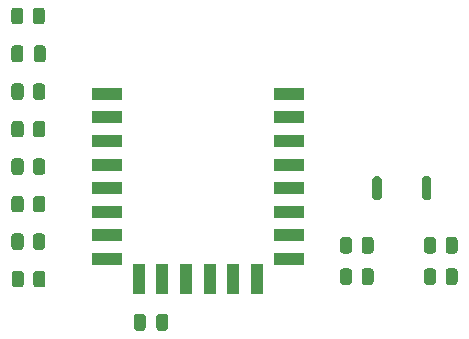
<source format=gtp>
G04 #@! TF.GenerationSoftware,KiCad,Pcbnew,(5.1.9)-1*
G04 #@! TF.CreationDate,2021-06-01T19:36:45+03:00*
G04 #@! TF.ProjectId,ESP-RGBW-3S,4553502d-5247-4425-972d-33532e6b6963,0.4*
G04 #@! TF.SameCoordinates,Original*
G04 #@! TF.FileFunction,Paste,Top*
G04 #@! TF.FilePolarity,Positive*
%FSLAX46Y46*%
G04 Gerber Fmt 4.6, Leading zero omitted, Abs format (unit mm)*
G04 Created by KiCad (PCBNEW (5.1.9)-1) date 2021-06-01 19:36:45*
%MOMM*%
%LPD*%
G01*
G04 APERTURE LIST*
%ADD10R,2.500000X1.100000*%
%ADD11R,1.100000X2.500000*%
G04 APERTURE END LIST*
G36*
G01*
X72244000Y-46539998D02*
X72244000Y-47440002D01*
G75*
G02*
X71994002Y-47690000I-249998J0D01*
G01*
X71468998Y-47690000D01*
G75*
G02*
X71219000Y-47440002I0J249998D01*
G01*
X71219000Y-46539998D01*
G75*
G02*
X71468998Y-46290000I249998J0D01*
G01*
X71994002Y-46290000D01*
G75*
G02*
X72244000Y-46539998I0J-249998D01*
G01*
G37*
G36*
G01*
X74069000Y-46539998D02*
X74069000Y-47440002D01*
G75*
G02*
X73819002Y-47690000I-249998J0D01*
G01*
X73293998Y-47690000D01*
G75*
G02*
X73044000Y-47440002I0J249998D01*
G01*
X73044000Y-46539998D01*
G75*
G02*
X73293998Y-46290000I249998J0D01*
G01*
X73819002Y-46290000D01*
G75*
G02*
X74069000Y-46539998I0J-249998D01*
G01*
G37*
G36*
G01*
X72244000Y-49206998D02*
X72244000Y-50107002D01*
G75*
G02*
X71994002Y-50357000I-249998J0D01*
G01*
X71468998Y-50357000D01*
G75*
G02*
X71219000Y-50107002I0J249998D01*
G01*
X71219000Y-49206998D01*
G75*
G02*
X71468998Y-48957000I249998J0D01*
G01*
X71994002Y-48957000D01*
G75*
G02*
X72244000Y-49206998I0J-249998D01*
G01*
G37*
G36*
G01*
X74069000Y-49206998D02*
X74069000Y-50107002D01*
G75*
G02*
X73819002Y-50357000I-249998J0D01*
G01*
X73293998Y-50357000D01*
G75*
G02*
X73044000Y-50107002I0J249998D01*
G01*
X73044000Y-49206998D01*
G75*
G02*
X73293998Y-48957000I249998J0D01*
G01*
X73819002Y-48957000D01*
G75*
G02*
X74069000Y-49206998I0J-249998D01*
G01*
G37*
G36*
G01*
X38144400Y-50310202D02*
X38144400Y-49410198D01*
G75*
G02*
X38394398Y-49160200I249998J0D01*
G01*
X38919402Y-49160200D01*
G75*
G02*
X39169400Y-49410198I0J-249998D01*
G01*
X39169400Y-50310202D01*
G75*
G02*
X38919402Y-50560200I-249998J0D01*
G01*
X38394398Y-50560200D01*
G75*
G02*
X38144400Y-50310202I0J249998D01*
G01*
G37*
G36*
G01*
X36319400Y-50310202D02*
X36319400Y-49410198D01*
G75*
G02*
X36569398Y-49160200I249998J0D01*
G01*
X37094402Y-49160200D01*
G75*
G02*
X37344400Y-49410198I0J-249998D01*
G01*
X37344400Y-50310202D01*
G75*
G02*
X37094402Y-50560200I-249998J0D01*
G01*
X36569398Y-50560200D01*
G75*
G02*
X36319400Y-50310202I0J249998D01*
G01*
G37*
G36*
G01*
X38119000Y-47136512D02*
X38119000Y-46236508D01*
G75*
G02*
X38368998Y-45986510I249998J0D01*
G01*
X38894002Y-45986510D01*
G75*
G02*
X39144000Y-46236508I0J-249998D01*
G01*
X39144000Y-47136512D01*
G75*
G02*
X38894002Y-47386510I-249998J0D01*
G01*
X38368998Y-47386510D01*
G75*
G02*
X38119000Y-47136512I0J249998D01*
G01*
G37*
G36*
G01*
X36294000Y-47136512D02*
X36294000Y-46236508D01*
G75*
G02*
X36543998Y-45986510I249998J0D01*
G01*
X37069002Y-45986510D01*
G75*
G02*
X37319000Y-46236508I0J-249998D01*
G01*
X37319000Y-47136512D01*
G75*
G02*
X37069002Y-47386510I-249998J0D01*
G01*
X36543998Y-47386510D01*
G75*
G02*
X36294000Y-47136512I0J249998D01*
G01*
G37*
G36*
G01*
X38119000Y-40789142D02*
X38119000Y-39889138D01*
G75*
G02*
X38368998Y-39639140I249998J0D01*
G01*
X38894002Y-39639140D01*
G75*
G02*
X39144000Y-39889138I0J-249998D01*
G01*
X39144000Y-40789142D01*
G75*
G02*
X38894002Y-41039140I-249998J0D01*
G01*
X38368998Y-41039140D01*
G75*
G02*
X38119000Y-40789142I0J249998D01*
G01*
G37*
G36*
G01*
X36294000Y-40789142D02*
X36294000Y-39889138D01*
G75*
G02*
X36543998Y-39639140I249998J0D01*
G01*
X37069002Y-39639140D01*
G75*
G02*
X37319000Y-39889138I0J-249998D01*
G01*
X37319000Y-40789142D01*
G75*
G02*
X37069002Y-41039140I-249998J0D01*
G01*
X36543998Y-41039140D01*
G75*
G02*
X36294000Y-40789142I0J249998D01*
G01*
G37*
G36*
G01*
X38119000Y-43962827D02*
X38119000Y-43062823D01*
G75*
G02*
X38368998Y-42812825I249998J0D01*
G01*
X38894002Y-42812825D01*
G75*
G02*
X39144000Y-43062823I0J-249998D01*
G01*
X39144000Y-43962827D01*
G75*
G02*
X38894002Y-44212825I-249998J0D01*
G01*
X38368998Y-44212825D01*
G75*
G02*
X38119000Y-43962827I0J249998D01*
G01*
G37*
G36*
G01*
X36294000Y-43962827D02*
X36294000Y-43062823D01*
G75*
G02*
X36543998Y-42812825I249998J0D01*
G01*
X37069002Y-42812825D01*
G75*
G02*
X37319000Y-43062823I0J-249998D01*
G01*
X37319000Y-43962827D01*
G75*
G02*
X37069002Y-44212825I-249998J0D01*
G01*
X36543998Y-44212825D01*
G75*
G02*
X36294000Y-43962827I0J249998D01*
G01*
G37*
G36*
G01*
X48557600Y-53992800D02*
X48557600Y-53042800D01*
G75*
G02*
X48807600Y-52792800I250000J0D01*
G01*
X49307600Y-52792800D01*
G75*
G02*
X49557600Y-53042800I0J-250000D01*
G01*
X49557600Y-53992800D01*
G75*
G02*
X49307600Y-54242800I-250000J0D01*
G01*
X48807600Y-54242800D01*
G75*
G02*
X48557600Y-53992800I0J250000D01*
G01*
G37*
G36*
G01*
X46657600Y-53992800D02*
X46657600Y-53042800D01*
G75*
G02*
X46907600Y-52792800I250000J0D01*
G01*
X47407600Y-52792800D01*
G75*
G02*
X47657600Y-53042800I0J-250000D01*
G01*
X47657600Y-53992800D01*
G75*
G02*
X47407600Y-54242800I-250000J0D01*
G01*
X46907600Y-54242800D01*
G75*
G02*
X46657600Y-53992800I0J250000D01*
G01*
G37*
G36*
G01*
X38194400Y-31263085D02*
X38194400Y-30313085D01*
G75*
G02*
X38444400Y-30063085I250000J0D01*
G01*
X38944400Y-30063085D01*
G75*
G02*
X39194400Y-30313085I0J-250000D01*
G01*
X39194400Y-31263085D01*
G75*
G02*
X38944400Y-31513085I-250000J0D01*
G01*
X38444400Y-31513085D01*
G75*
G02*
X38194400Y-31263085I0J250000D01*
G01*
G37*
G36*
G01*
X36294400Y-31263085D02*
X36294400Y-30313085D01*
G75*
G02*
X36544400Y-30063085I250000J0D01*
G01*
X37044400Y-30063085D01*
G75*
G02*
X37294400Y-30313085I0J-250000D01*
G01*
X37294400Y-31263085D01*
G75*
G02*
X37044400Y-31513085I-250000J0D01*
G01*
X36544400Y-31513085D01*
G75*
G02*
X36294400Y-31263085I0J250000D01*
G01*
G37*
G36*
G01*
X37319000Y-33541768D02*
X37319000Y-34441772D01*
G75*
G02*
X37069002Y-34691770I-249998J0D01*
G01*
X36543998Y-34691770D01*
G75*
G02*
X36294000Y-34441772I0J249998D01*
G01*
X36294000Y-33541768D01*
G75*
G02*
X36543998Y-33291770I249998J0D01*
G01*
X37069002Y-33291770D01*
G75*
G02*
X37319000Y-33541768I0J-249998D01*
G01*
G37*
G36*
G01*
X39144000Y-33541768D02*
X39144000Y-34441772D01*
G75*
G02*
X38894002Y-34691770I-249998J0D01*
G01*
X38368998Y-34691770D01*
G75*
G02*
X38119000Y-34441772I0J249998D01*
G01*
X38119000Y-33541768D01*
G75*
G02*
X38368998Y-33291770I249998J0D01*
G01*
X38894002Y-33291770D01*
G75*
G02*
X39144000Y-33541768I0J-249998D01*
G01*
G37*
G36*
G01*
X65932000Y-47440002D02*
X65932000Y-46539998D01*
G75*
G02*
X66181998Y-46290000I249998J0D01*
G01*
X66707002Y-46290000D01*
G75*
G02*
X66957000Y-46539998I0J-249998D01*
G01*
X66957000Y-47440002D01*
G75*
G02*
X66707002Y-47690000I-249998J0D01*
G01*
X66181998Y-47690000D01*
G75*
G02*
X65932000Y-47440002I0J249998D01*
G01*
G37*
G36*
G01*
X64107000Y-47440002D02*
X64107000Y-46539998D01*
G75*
G02*
X64356998Y-46290000I249998J0D01*
G01*
X64882002Y-46290000D01*
G75*
G02*
X65132000Y-46539998I0J-249998D01*
G01*
X65132000Y-47440002D01*
G75*
G02*
X64882002Y-47690000I-249998J0D01*
G01*
X64356998Y-47690000D01*
G75*
G02*
X64107000Y-47440002I0J249998D01*
G01*
G37*
G36*
G01*
X65932000Y-50107002D02*
X65932000Y-49206998D01*
G75*
G02*
X66181998Y-48957000I249998J0D01*
G01*
X66707002Y-48957000D01*
G75*
G02*
X66957000Y-49206998I0J-249998D01*
G01*
X66957000Y-50107002D01*
G75*
G02*
X66707002Y-50357000I-249998J0D01*
G01*
X66181998Y-50357000D01*
G75*
G02*
X65932000Y-50107002I0J249998D01*
G01*
G37*
G36*
G01*
X64107000Y-50107002D02*
X64107000Y-49206998D01*
G75*
G02*
X64356998Y-48957000I249998J0D01*
G01*
X64882002Y-48957000D01*
G75*
G02*
X65132000Y-49206998I0J-249998D01*
G01*
X65132000Y-50107002D01*
G75*
G02*
X64882002Y-50357000I-249998J0D01*
G01*
X64356998Y-50357000D01*
G75*
G02*
X64107000Y-50107002I0J249998D01*
G01*
G37*
G36*
G01*
X38093600Y-28034402D02*
X38093600Y-27134398D01*
G75*
G02*
X38343598Y-26884400I249998J0D01*
G01*
X38868602Y-26884400D01*
G75*
G02*
X39118600Y-27134398I0J-249998D01*
G01*
X39118600Y-28034402D01*
G75*
G02*
X38868602Y-28284400I-249998J0D01*
G01*
X38343598Y-28284400D01*
G75*
G02*
X38093600Y-28034402I0J249998D01*
G01*
G37*
G36*
G01*
X36268600Y-28034402D02*
X36268600Y-27134398D01*
G75*
G02*
X36518598Y-26884400I249998J0D01*
G01*
X37043602Y-26884400D01*
G75*
G02*
X37293600Y-27134398I0J-249998D01*
G01*
X37293600Y-28034402D01*
G75*
G02*
X37043602Y-28284400I-249998J0D01*
G01*
X36518598Y-28284400D01*
G75*
G02*
X36268600Y-28034402I0J249998D01*
G01*
G37*
G36*
G01*
X38119000Y-37615457D02*
X38119000Y-36715453D01*
G75*
G02*
X38368998Y-36465455I249998J0D01*
G01*
X38894002Y-36465455D01*
G75*
G02*
X39144000Y-36715453I0J-249998D01*
G01*
X39144000Y-37615457D01*
G75*
G02*
X38894002Y-37865455I-249998J0D01*
G01*
X38368998Y-37865455D01*
G75*
G02*
X38119000Y-37615457I0J249998D01*
G01*
G37*
G36*
G01*
X36294000Y-37615457D02*
X36294000Y-36715453D01*
G75*
G02*
X36543998Y-36465455I249998J0D01*
G01*
X37069002Y-36465455D01*
G75*
G02*
X37319000Y-36715453I0J-249998D01*
G01*
X37319000Y-37615457D01*
G75*
G02*
X37069002Y-37865455I-249998J0D01*
G01*
X36543998Y-37865455D01*
G75*
G02*
X36294000Y-37615457I0J249998D01*
G01*
G37*
D10*
X44385000Y-34163000D03*
X44385000Y-36163000D03*
X44385000Y-38163000D03*
X44385000Y-40163000D03*
X44385000Y-42163000D03*
X44385000Y-44163000D03*
X44385000Y-46163000D03*
X44385000Y-48163000D03*
X59785000Y-48163000D03*
X59785000Y-46163000D03*
X59785000Y-44163000D03*
X59785000Y-42163000D03*
X59785000Y-40163000D03*
X59785000Y-38163000D03*
X59785000Y-36163000D03*
X59785000Y-34163000D03*
D11*
X47075000Y-49863000D03*
X49075000Y-49863000D03*
X51075000Y-49863000D03*
X53075000Y-49863000D03*
X55075000Y-49863000D03*
X57075000Y-49863000D03*
G36*
G01*
X71842000Y-41364000D02*
X71842000Y-42964000D01*
G75*
G02*
X71642000Y-43164000I-200000J0D01*
G01*
X71242000Y-43164000D01*
G75*
G02*
X71042000Y-42964000I0J200000D01*
G01*
X71042000Y-41364000D01*
G75*
G02*
X71242000Y-41164000I200000J0D01*
G01*
X71642000Y-41164000D01*
G75*
G02*
X71842000Y-41364000I0J-200000D01*
G01*
G37*
G36*
G01*
X67642000Y-41364000D02*
X67642000Y-42964000D01*
G75*
G02*
X67442000Y-43164000I-200000J0D01*
G01*
X67042000Y-43164000D01*
G75*
G02*
X66842000Y-42964000I0J200000D01*
G01*
X66842000Y-41364000D01*
G75*
G02*
X67042000Y-41164000I200000J0D01*
G01*
X67442000Y-41164000D01*
G75*
G02*
X67642000Y-41364000I0J-200000D01*
G01*
G37*
M02*

</source>
